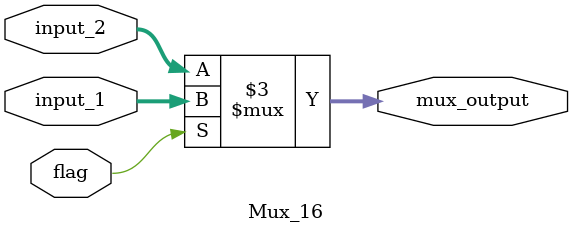
<source format=v>
module Mux_16(input_1, input_2, flag, mux_output);
	input [15:0] input_1, input_2;
	input flag;
	output reg [15:0] mux_output;
	
	always @ (*) begin
		if(flag) begin
			mux_output <= input_1;
		end
		else begin
			mux_output <= input_2;
		end
	end
endmodule
</source>
